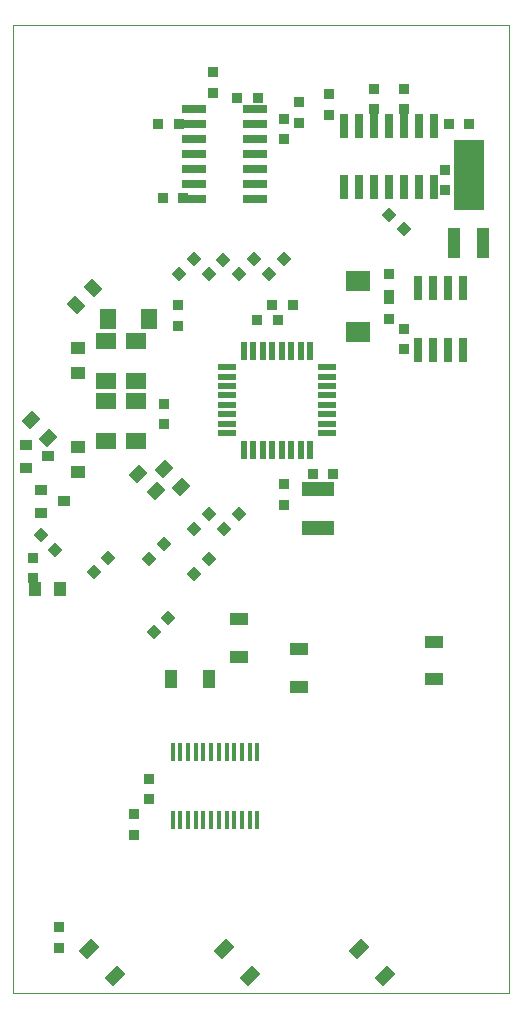
<source format=gbr>
G04 PROTEUS GERBER X2 FILE*
%TF.GenerationSoftware,Labcenter,Proteus,8.16-SP3-Build36097*%
%TF.CreationDate,2024-05-04T02:13:19+00:00*%
%TF.FileFunction,Paste,Bot*%
%TF.FilePolarity,Positive*%
%TF.Part,Single*%
%TF.SameCoordinates,{03efdd39-6268-421f-b844-547f2104f690}*%
%FSLAX45Y45*%
%MOMM*%
G01*
%TA.AperFunction,Material*%
%ADD119R,0.558800X1.498600*%
%ADD120R,1.498600X0.558800*%
%TA.AperFunction,Material*%
%ADD115R,0.889000X0.889000*%
%ADD121R,2.692400X1.143000*%
%ADD122R,2.032000X1.778000*%
%TA.AperFunction,Material*%
%ADD123R,0.635000X2.032000*%
%AMPPAD114*
4,1,36,
0.203980,-0.745080,
0.201070,-0.754460,
0.196460,-0.762950,
0.190350,-0.770350,
0.182950,-0.776460,
0.174460,-0.781070,
0.165080,-0.783980,
0.155000,-0.785000,
-0.155000,-0.785000,
-0.165080,-0.783980,
-0.174460,-0.781070,
-0.182950,-0.776460,
-0.190350,-0.770350,
-0.196460,-0.762950,
-0.201070,-0.754460,
-0.203980,-0.745080,
-0.205000,-0.735000,
-0.205000,0.735000,
-0.203980,0.745080,
-0.201070,0.754460,
-0.196460,0.762950,
-0.190350,0.770350,
-0.182950,0.776460,
-0.174460,0.781070,
-0.165080,0.783980,
-0.155000,0.785000,
0.155000,0.785000,
0.165080,0.783980,
0.174460,0.781070,
0.182950,0.776460,
0.190350,0.770350,
0.196460,0.762950,
0.201070,0.754460,
0.203980,0.745080,
0.205000,0.735000,
0.205000,-0.735000,
0.203980,-0.745080,
0*%
%TA.AperFunction,Material*%
%ADD124PPAD114*%
%AMPPAD115*
4,1,4,
0.808220,-0.089800,
0.089800,-0.808220,
-0.808220,0.089800,
-0.089800,0.808220,
0.808220,-0.089800,
0*%
%TA.AperFunction,Material*%
%ADD125PPAD115*%
%ADD126R,1.778000X1.397000*%
%AMPPAD117*
4,1,4,
0.000000,0.628620,
0.628620,0.000000,
0.000000,-0.628620,
-0.628620,0.000000,
0.000000,0.628620,
0*%
%ADD127PPAD117*%
%TA.AperFunction,Material*%
%ADD128R,2.032000X0.635000*%
%TA.AperFunction,Material*%
%ADD129R,1.397000X1.778000*%
%ADD118R,1.524000X1.016000*%
%ADD107R,1.016000X1.524000*%
%AMPPAD120*
4,1,4,
-0.179610,-0.898030,
-0.898030,-0.179610,
0.179610,0.898030,
0.898030,0.179610,
-0.179610,-0.898030,
0*%
%ADD130PPAD120*%
%AMPPAD121*
4,1,4,
0.089800,0.808220,
0.808220,0.089800,
-0.089800,-0.808220,
-0.808220,-0.089800,
0.089800,0.808220,
0*%
%ADD131PPAD121*%
%TA.AperFunction,Material*%
%ADD132R,1.000000X2.500000*%
%ADD133R,2.500000X6.000000*%
%ADD109R,1.016000X0.889000*%
%TA.AperFunction,Material*%
%ADD113R,1.016000X1.270000*%
%ADD134R,1.270000X1.016000*%
%TA.AperFunction,Profile*%
%ADD34C,0.101600*%
%TD.AperFunction*%
D119*
X-121302Y+990226D03*
X-41302Y+990226D03*
X+38698Y+990226D03*
X+118698Y+990226D03*
X+198698Y+990226D03*
X+278698Y+990226D03*
X+358698Y+990226D03*
X+438698Y+990226D03*
D120*
X+578698Y+850226D03*
X+578698Y+770226D03*
X+578698Y+690226D03*
X+578698Y+610226D03*
X+578698Y+530226D03*
X+578698Y+450226D03*
X+578698Y+370226D03*
X+578698Y+290226D03*
D119*
X+438698Y+150226D03*
X+358698Y+150226D03*
X+278698Y+150226D03*
X+198698Y+150226D03*
X+118698Y+150226D03*
X+38698Y+150226D03*
X-41302Y+150226D03*
X-121302Y+150226D03*
D120*
X-261302Y+290226D03*
X-261302Y+370226D03*
X-261302Y+450226D03*
X-261302Y+530226D03*
X-261302Y+610226D03*
X-261302Y+690226D03*
X-261302Y+770226D03*
X-261302Y+850226D03*
D115*
X+164418Y+1245226D03*
X-8302Y+1245226D03*
X+462280Y-56036D03*
X+635000Y-56036D03*
D121*
X+508000Y-508000D03*
X+508000Y-182880D03*
D115*
X+118698Y+1372226D03*
X+291418Y+1372226D03*
X+1102698Y+1254605D03*
X+1102698Y+1427325D03*
X+1102698Y+1635605D03*
X+1102698Y+1462885D03*
D122*
X+847698Y+1578226D03*
X+847698Y+1146426D03*
D123*
X+1347525Y+1517778D03*
X+1474525Y+1517778D03*
X+1601525Y+1517778D03*
X+1728525Y+1517778D03*
X+1728525Y+997078D03*
X+1601525Y+997078D03*
X+1474525Y+997078D03*
X+1347525Y+997078D03*
D124*
X-725426Y-2406650D03*
X-660426Y-2406650D03*
X-595426Y-2406650D03*
X-530426Y-2406650D03*
X-465426Y-2406650D03*
X-399938Y-2406650D03*
X-334914Y-2406650D03*
X-269426Y-2406650D03*
X-204426Y-2406650D03*
X-139426Y-2406650D03*
X-74426Y-2406650D03*
X-9426Y-2406650D03*
X-9426Y-2980650D03*
X-74426Y-2980650D03*
X-139426Y-2980650D03*
X-204426Y-2980650D03*
X-269426Y-2980650D03*
X-334914Y-2980650D03*
X-399938Y-2980650D03*
X-465426Y-2980650D03*
X-530426Y-2980650D03*
X-595426Y-2980650D03*
X-660426Y-2980650D03*
X-725426Y-2980650D03*
D115*
X-802302Y+538325D03*
X-802302Y+365605D03*
D125*
X-1547868Y+1373132D03*
X-1397000Y+1524000D03*
D126*
X-1038302Y+562226D03*
X-1038302Y+222226D03*
X-1292302Y+562226D03*
X-1292302Y+222226D03*
X-1038302Y+730226D03*
X-1038302Y+1070226D03*
X-1292302Y+730226D03*
X-1292302Y+1070226D03*
D115*
X-682249Y+1374658D03*
X-682249Y+1201938D03*
D127*
X+1229698Y+2016605D03*
X+1107567Y+2138736D03*
D115*
X+213698Y+2951325D03*
X+213698Y+2778605D03*
X+1582423Y+2522538D03*
X+1582423Y+2349818D03*
D127*
X-548302Y+1762605D03*
X-670433Y+1640474D03*
X-299170Y+1757737D03*
X-421301Y+1635606D03*
X-40302Y+1762605D03*
X-162433Y+1640474D03*
X+213698Y+1762605D03*
X+91567Y+1640474D03*
D128*
X-27602Y+3032605D03*
X-27602Y+2905605D03*
X-27602Y+2778605D03*
X-27602Y+2651605D03*
X-27602Y+2524605D03*
X-27602Y+2397605D03*
X-27602Y+2270605D03*
X-548302Y+2270605D03*
X-548302Y+2397605D03*
X-548302Y+2524605D03*
X-548302Y+2651605D03*
X-548302Y+2778605D03*
X-548302Y+2905605D03*
X-548302Y+3032605D03*
D123*
X+1483698Y+2372205D03*
X+1356698Y+2372205D03*
X+1229698Y+2372205D03*
X+1102698Y+2372205D03*
X+975698Y+2372205D03*
X+848698Y+2372205D03*
X+721698Y+2372205D03*
X+721698Y+2892905D03*
X+848698Y+2892905D03*
X+975698Y+2892905D03*
X+1102698Y+2892905D03*
X+1229698Y+2892905D03*
X+1356698Y+2892905D03*
X+1483698Y+2892905D03*
D115*
X+975698Y+3205325D03*
X+975698Y+3032605D03*
X+1229698Y+3205325D03*
X+1229698Y+3032605D03*
X+1783418Y+2905605D03*
X+1610698Y+2905605D03*
X-6582Y+3131605D03*
X-179302Y+3131605D03*
X-807720Y+2286000D03*
X-635000Y+2286000D03*
X-381000Y+3347720D03*
X-381000Y+3175000D03*
X+340698Y+3093720D03*
X+340698Y+2921000D03*
X+594698Y+3159605D03*
X+594698Y+2986885D03*
D129*
X-1269302Y+1254605D03*
X-929302Y+1254605D03*
D115*
X-675302Y+2905605D03*
X-848022Y+2905605D03*
D118*
X-167302Y-1285395D03*
X-167302Y-1600355D03*
D107*
X-736262Y-1793395D03*
X-421302Y-1793395D03*
D118*
X+340698Y-1854355D03*
X+340698Y-1539395D03*
X+1483698Y-1793395D03*
X+1483698Y-1478435D03*
D130*
X-294302Y-4079395D03*
X-71592Y-4302106D03*
X-1437302Y-4079395D03*
X-1214592Y-4302106D03*
X+848698Y-4079395D03*
X+1071409Y-4302105D03*
D115*
X-1056302Y-3109115D03*
X-1056302Y-2936395D03*
D131*
X-869638Y-202059D03*
X-1020506Y-51191D03*
X-651434Y-166264D03*
X-802302Y-15395D03*
D115*
X+213699Y-315115D03*
X+213699Y-142395D03*
D127*
X-543434Y-899526D03*
X-421303Y-777395D03*
X-289433Y-518526D03*
X-167302Y-396395D03*
X-543433Y-518526D03*
X-421302Y-396395D03*
X-924433Y-772527D03*
X-802302Y-650396D03*
X-1392131Y-884132D03*
X-1270000Y-762000D03*
D115*
X-929302Y-2809395D03*
X-929302Y-2636675D03*
X+1229698Y+1000605D03*
X+1229698Y+1173325D03*
D127*
X-884132Y-1392132D03*
X-762000Y-1270000D03*
D115*
X-1691302Y-4064000D03*
X-1691302Y-3891280D03*
D132*
X+1905000Y+1905000D03*
X+1655000Y+1905000D03*
D133*
X+1780000Y+2480000D03*
D109*
X-1778000Y+93980D03*
X-1968500Y+0D03*
X-1968500Y+187960D03*
X-1649680Y-287020D03*
X-1840180Y-381000D03*
X-1840180Y-193040D03*
D131*
X-1778000Y+254000D03*
X-1928868Y+404869D03*
D127*
X-1840180Y-572821D03*
X-1718048Y-694952D03*
D113*
X-1894793Y-1026207D03*
X-1681433Y-1026207D03*
D115*
X-1905000Y-762000D03*
X-1905000Y-934720D03*
D134*
X-1524000Y-40640D03*
X-1524000Y+172720D03*
X-1524001Y+802640D03*
X-1524000Y+1016000D03*
D34*
X-2077000Y-4450000D02*
X+2123000Y-4450000D01*
X+2123000Y+3750000D01*
X-2077000Y+3750000D01*
X-2077000Y-4450000D01*
M02*

</source>
